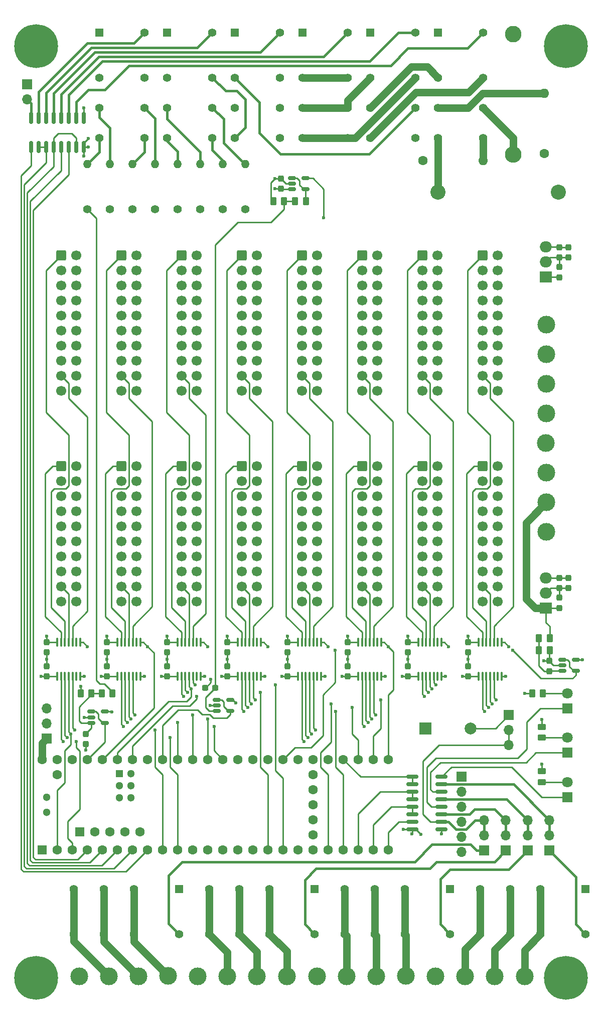
<source format=gtl>
G04 #@! TF.GenerationSoftware,KiCad,Pcbnew,8.0.4-rc2*
G04 #@! TF.CreationDate,2024-08-04T20:39:43-05:00*
G04 #@! TF.ProjectId,backplane_tracer_driver,6261636b-706c-4616-9e65-5f7472616365,rev?*
G04 #@! TF.SameCoordinates,Original*
G04 #@! TF.FileFunction,Copper,L1,Top*
G04 #@! TF.FilePolarity,Positive*
%FSLAX46Y46*%
G04 Gerber Fmt 4.6, Leading zero omitted, Abs format (unit mm)*
G04 Created by KiCad (PCBNEW 8.0.4-rc2) date 2024-08-04 20:39:43*
%MOMM*%
%LPD*%
G01*
G04 APERTURE LIST*
G04 Aperture macros list*
%AMRoundRect*
0 Rectangle with rounded corners*
0 $1 Rounding radius*
0 $2 $3 $4 $5 $6 $7 $8 $9 X,Y pos of 4 corners*
0 Add a 4 corners polygon primitive as box body*
4,1,4,$2,$3,$4,$5,$6,$7,$8,$9,$2,$3,0*
0 Add four circle primitives for the rounded corners*
1,1,$1+$1,$2,$3*
1,1,$1+$1,$4,$5*
1,1,$1+$1,$6,$7*
1,1,$1+$1,$8,$9*
0 Add four rect primitives between the rounded corners*
20,1,$1+$1,$2,$3,$4,$5,0*
20,1,$1+$1,$4,$5,$6,$7,0*
20,1,$1+$1,$6,$7,$8,$9,0*
20,1,$1+$1,$8,$9,$2,$3,0*%
G04 Aperture macros list end*
G04 #@! TA.AperFunction,ComponentPad*
%ADD10R,1.700000X1.700000*%
G04 #@! TD*
G04 #@! TA.AperFunction,ComponentPad*
%ADD11O,1.700000X1.700000*%
G04 #@! TD*
G04 #@! TA.AperFunction,ComponentPad*
%ADD12R,1.400000X1.400000*%
G04 #@! TD*
G04 #@! TA.AperFunction,ComponentPad*
%ADD13C,1.400000*%
G04 #@! TD*
G04 #@! TA.AperFunction,ComponentPad*
%ADD14RoundRect,0.250000X-0.600000X-0.600000X0.600000X-0.600000X0.600000X0.600000X-0.600000X0.600000X0*%
G04 #@! TD*
G04 #@! TA.AperFunction,ComponentPad*
%ADD15C,1.700000*%
G04 #@! TD*
G04 #@! TA.AperFunction,ComponentPad*
%ADD16C,0.800000*%
G04 #@! TD*
G04 #@! TA.AperFunction,ComponentPad*
%ADD17C,7.400000*%
G04 #@! TD*
G04 #@! TA.AperFunction,SMDPad,CuDef*
%ADD18RoundRect,0.150000X-0.512500X-0.150000X0.512500X-0.150000X0.512500X0.150000X-0.512500X0.150000X0*%
G04 #@! TD*
G04 #@! TA.AperFunction,SMDPad,CuDef*
%ADD19RoundRect,0.250000X-0.262500X-0.450000X0.262500X-0.450000X0.262500X0.450000X-0.262500X0.450000X0*%
G04 #@! TD*
G04 #@! TA.AperFunction,SMDPad,CuDef*
%ADD20RoundRect,0.250000X0.262500X0.450000X-0.262500X0.450000X-0.262500X-0.450000X0.262500X-0.450000X0*%
G04 #@! TD*
G04 #@! TA.AperFunction,SMDPad,CuDef*
%ADD21RoundRect,0.237500X0.237500X-0.300000X0.237500X0.300000X-0.237500X0.300000X-0.237500X-0.300000X0*%
G04 #@! TD*
G04 #@! TA.AperFunction,SMDPad,CuDef*
%ADD22RoundRect,0.237500X-0.237500X0.300000X-0.237500X-0.300000X0.237500X-0.300000X0.237500X0.300000X0*%
G04 #@! TD*
G04 #@! TA.AperFunction,ComponentPad*
%ADD23R,2.000000X1.905000*%
G04 #@! TD*
G04 #@! TA.AperFunction,ComponentPad*
%ADD24O,2.000000X1.905000*%
G04 #@! TD*
G04 #@! TA.AperFunction,ComponentPad*
%ADD25O,1.400000X1.400000*%
G04 #@! TD*
G04 #@! TA.AperFunction,ComponentPad*
%ADD26C,1.600000*%
G04 #@! TD*
G04 #@! TA.AperFunction,ComponentPad*
%ADD27O,1.600000X1.600000*%
G04 #@! TD*
G04 #@! TA.AperFunction,ComponentPad*
%ADD28C,2.540000*%
G04 #@! TD*
G04 #@! TA.AperFunction,ComponentPad*
%ADD29C,2.800000*%
G04 #@! TD*
G04 #@! TA.AperFunction,ComponentPad*
%ADD30O,2.800000X2.800000*%
G04 #@! TD*
G04 #@! TA.AperFunction,SMDPad,CuDef*
%ADD31RoundRect,0.150000X-0.825000X-0.150000X0.825000X-0.150000X0.825000X0.150000X-0.825000X0.150000X0*%
G04 #@! TD*
G04 #@! TA.AperFunction,SMDPad,CuDef*
%ADD32RoundRect,0.250000X-0.450000X0.262500X-0.450000X-0.262500X0.450000X-0.262500X0.450000X0.262500X0*%
G04 #@! TD*
G04 #@! TA.AperFunction,ComponentPad*
%ADD33R,1.600000X1.600000*%
G04 #@! TD*
G04 #@! TA.AperFunction,ComponentPad*
%ADD34R,1.300000X1.300000*%
G04 #@! TD*
G04 #@! TA.AperFunction,ComponentPad*
%ADD35C,1.300000*%
G04 #@! TD*
G04 #@! TA.AperFunction,SMDPad,CuDef*
%ADD36RoundRect,0.100000X0.100000X-0.637500X0.100000X0.637500X-0.100000X0.637500X-0.100000X-0.637500X0*%
G04 #@! TD*
G04 #@! TA.AperFunction,ComponentPad*
%ADD37C,3.000000*%
G04 #@! TD*
G04 #@! TA.AperFunction,ComponentPad*
%ADD38R,2.000000X2.000000*%
G04 #@! TD*
G04 #@! TA.AperFunction,ComponentPad*
%ADD39C,2.000000*%
G04 #@! TD*
G04 #@! TA.AperFunction,ComponentPad*
%ADD40R,1.800000X1.800000*%
G04 #@! TD*
G04 #@! TA.AperFunction,ComponentPad*
%ADD41C,1.800000*%
G04 #@! TD*
G04 #@! TA.AperFunction,SMDPad,CuDef*
%ADD42RoundRect,0.150000X0.150000X-0.825000X0.150000X0.825000X-0.150000X0.825000X-0.150000X-0.825000X0*%
G04 #@! TD*
G04 #@! TA.AperFunction,SMDPad,CuDef*
%ADD43RoundRect,0.237500X0.300000X0.237500X-0.300000X0.237500X-0.300000X-0.237500X0.300000X-0.237500X0*%
G04 #@! TD*
G04 #@! TA.AperFunction,ViaPad*
%ADD44C,0.600000*%
G04 #@! TD*
G04 #@! TA.AperFunction,Conductor*
%ADD45C,0.254000*%
G04 #@! TD*
G04 #@! TA.AperFunction,Conductor*
%ADD46C,0.457200*%
G04 #@! TD*
G04 #@! TA.AperFunction,Conductor*
%ADD47C,0.431800*%
G04 #@! TD*
G04 #@! TA.AperFunction,Conductor*
%ADD48C,1.270000*%
G04 #@! TD*
G04 APERTURE END LIST*
D10*
X93599000Y-108331000D03*
D11*
X93599000Y-110871000D03*
X93599000Y-113411000D03*
X93599000Y-115951000D03*
X93599000Y-118491000D03*
X93599000Y-121031000D03*
D10*
X20320000Y8514000D03*
D11*
X20320000Y5974000D03*
D10*
X104775000Y-120762000D03*
D11*
X104775000Y-118222000D03*
X104775000Y-115682000D03*
D10*
X108458000Y-120762000D03*
D11*
X108458000Y-118222000D03*
X108458000Y-115682000D03*
D10*
X101092000Y-120762000D03*
D11*
X101092000Y-118222000D03*
X101092000Y-115682000D03*
D10*
X97409000Y-120762000D03*
D11*
X97409000Y-118222000D03*
X97409000Y-115682000D03*
D10*
X23622000Y-101839000D03*
D11*
X23622000Y-99299000D03*
X23622000Y-96759000D03*
D12*
X91694000Y-127254000D03*
D13*
X84074000Y-127254000D03*
X78994000Y-127254000D03*
X73914000Y-127254000D03*
X73914000Y-134874000D03*
X78994000Y-134874000D03*
X84074000Y-134874000D03*
X91694000Y-134874000D03*
D12*
X45974000Y-127254000D03*
D13*
X38354000Y-127254000D03*
X33274000Y-127254000D03*
X28194000Y-127254000D03*
X28194000Y-134874000D03*
X33274000Y-134874000D03*
X38354000Y-134874000D03*
X45974000Y-134874000D03*
D12*
X114554000Y-127254000D03*
D13*
X106934000Y-127254000D03*
X101854000Y-127254000D03*
X96774000Y-127254000D03*
X96774000Y-134874000D03*
X101854000Y-134874000D03*
X106934000Y-134874000D03*
X114554000Y-134874000D03*
D12*
X68834000Y-127254000D03*
D13*
X61214000Y-127254000D03*
X56134000Y-127254000D03*
X51054000Y-127254000D03*
X51054000Y-134874000D03*
X56134000Y-134874000D03*
X61214000Y-134874000D03*
X68834000Y-134874000D03*
D12*
X66802000Y17272000D03*
D13*
X66802000Y9652000D03*
X66802000Y4572000D03*
X66802000Y-508000D03*
X74422000Y-508000D03*
X74422000Y4572000D03*
X74422000Y9652000D03*
X74422000Y17272000D03*
D12*
X78232000Y17272000D03*
D13*
X78232000Y9652000D03*
X78232000Y4572000D03*
X78232000Y-508000D03*
X85852000Y-508000D03*
X85852000Y4572000D03*
X85852000Y9652000D03*
X85852000Y17272000D03*
D12*
X55372000Y17272000D03*
D13*
X55372000Y9652000D03*
X55372000Y4572000D03*
X55372000Y-508000D03*
X62992000Y-508000D03*
X62992000Y4572000D03*
X62992000Y9652000D03*
X62992000Y17272000D03*
D12*
X89662000Y17272000D03*
D13*
X89662000Y9652000D03*
X89662000Y4572000D03*
X89662000Y-508000D03*
X97282000Y-508000D03*
X97282000Y4572000D03*
X97282000Y9652000D03*
X97282000Y17272000D03*
D12*
X32512000Y17272000D03*
D13*
X32512000Y9652000D03*
X32512000Y4572000D03*
X32512000Y-508000D03*
X40132000Y-508000D03*
X40132000Y4572000D03*
X40132000Y9652000D03*
X40132000Y17272000D03*
D12*
X43942000Y17272000D03*
D13*
X43942000Y9652000D03*
X43942000Y4572000D03*
X43942000Y-508000D03*
X51562000Y-508000D03*
X51562000Y4572000D03*
X51562000Y9652000D03*
X51562000Y17272000D03*
D14*
X97155000Y-20320000D03*
D15*
X99695000Y-20320000D03*
X97155000Y-22860000D03*
X99695000Y-22860000D03*
X97155000Y-25400000D03*
X99695000Y-25400000D03*
X97155000Y-27940000D03*
X99695000Y-27940000D03*
X97155000Y-30480000D03*
X99695000Y-30480000D03*
X97155000Y-33020000D03*
X99695000Y-33020000D03*
X97155000Y-35560000D03*
X99695000Y-35560000D03*
X97155000Y-38100000D03*
X99695000Y-38100000D03*
X97155000Y-40640000D03*
X99695000Y-40640000D03*
X97155000Y-43180000D03*
X99695000Y-43180000D03*
D14*
X97155000Y-55880000D03*
D15*
X99695000Y-55880000D03*
X97155000Y-58420000D03*
X99695000Y-58420000D03*
X97155000Y-60960000D03*
X99695000Y-60960000D03*
X97155000Y-63500000D03*
X99695000Y-63500000D03*
X97155000Y-66040000D03*
X99695000Y-66040000D03*
X97155000Y-68580000D03*
X99695000Y-68580000D03*
X97155000Y-71120000D03*
X99695000Y-71120000D03*
X97155000Y-73660000D03*
X99695000Y-73660000D03*
X97155000Y-76200000D03*
X99695000Y-76200000D03*
X97155000Y-78740000D03*
X99695000Y-78740000D03*
D14*
X86995000Y-20320000D03*
D15*
X89535000Y-20320000D03*
X86995000Y-22860000D03*
X89535000Y-22860000D03*
X86995000Y-25400000D03*
X89535000Y-25400000D03*
X86995000Y-27940000D03*
X89535000Y-27940000D03*
X86995000Y-30480000D03*
X89535000Y-30480000D03*
X86995000Y-33020000D03*
X89535000Y-33020000D03*
X86995000Y-35560000D03*
X89535000Y-35560000D03*
X86995000Y-38100000D03*
X89535000Y-38100000D03*
X86995000Y-40640000D03*
X89535000Y-40640000D03*
X86995000Y-43180000D03*
X89535000Y-43180000D03*
D14*
X86995000Y-55880000D03*
D15*
X89535000Y-55880000D03*
X86995000Y-58420000D03*
X89535000Y-58420000D03*
X86995000Y-60960000D03*
X89535000Y-60960000D03*
X86995000Y-63500000D03*
X89535000Y-63500000D03*
X86995000Y-66040000D03*
X89535000Y-66040000D03*
X86995000Y-68580000D03*
X89535000Y-68580000D03*
X86995000Y-71120000D03*
X89535000Y-71120000D03*
X86995000Y-73660000D03*
X89535000Y-73660000D03*
X86995000Y-76200000D03*
X89535000Y-76200000D03*
X86995000Y-78740000D03*
X89535000Y-78740000D03*
D14*
X76835000Y-20320000D03*
D15*
X79375000Y-20320000D03*
X76835000Y-22860000D03*
X79375000Y-22860000D03*
X76835000Y-25400000D03*
X79375000Y-25400000D03*
X76835000Y-27940000D03*
X79375000Y-27940000D03*
X76835000Y-30480000D03*
X79375000Y-30480000D03*
X76835000Y-33020000D03*
X79375000Y-33020000D03*
X76835000Y-35560000D03*
X79375000Y-35560000D03*
X76835000Y-38100000D03*
X79375000Y-38100000D03*
X76835000Y-40640000D03*
X79375000Y-40640000D03*
X76835000Y-43180000D03*
X79375000Y-43180000D03*
D14*
X76835000Y-55880000D03*
D15*
X79375000Y-55880000D03*
X76835000Y-58420000D03*
X79375000Y-58420000D03*
X76835000Y-60960000D03*
X79375000Y-60960000D03*
X76835000Y-63500000D03*
X79375000Y-63500000D03*
X76835000Y-66040000D03*
X79375000Y-66040000D03*
X76835000Y-68580000D03*
X79375000Y-68580000D03*
X76835000Y-71120000D03*
X79375000Y-71120000D03*
X76835000Y-73660000D03*
X79375000Y-73660000D03*
X76835000Y-76200000D03*
X79375000Y-76200000D03*
X76835000Y-78740000D03*
X79375000Y-78740000D03*
D14*
X66675000Y-20320000D03*
D15*
X69215000Y-20320000D03*
X66675000Y-22860000D03*
X69215000Y-22860000D03*
X66675000Y-25400000D03*
X69215000Y-25400000D03*
X66675000Y-27940000D03*
X69215000Y-27940000D03*
X66675000Y-30480000D03*
X69215000Y-30480000D03*
X66675000Y-33020000D03*
X69215000Y-33020000D03*
X66675000Y-35560000D03*
X69215000Y-35560000D03*
X66675000Y-38100000D03*
X69215000Y-38100000D03*
X66675000Y-40640000D03*
X69215000Y-40640000D03*
X66675000Y-43180000D03*
X69215000Y-43180000D03*
D14*
X66675000Y-55880000D03*
D15*
X69215000Y-55880000D03*
X66675000Y-58420000D03*
X69215000Y-58420000D03*
X66675000Y-60960000D03*
X69215000Y-60960000D03*
X66675000Y-63500000D03*
X69215000Y-63500000D03*
X66675000Y-66040000D03*
X69215000Y-66040000D03*
X66675000Y-68580000D03*
X69215000Y-68580000D03*
X66675000Y-71120000D03*
X69215000Y-71120000D03*
X66675000Y-73660000D03*
X69215000Y-73660000D03*
X66675000Y-76200000D03*
X69215000Y-76200000D03*
X66675000Y-78740000D03*
X69215000Y-78740000D03*
D14*
X56515000Y-20320000D03*
D15*
X59055000Y-20320000D03*
X56515000Y-22860000D03*
X59055000Y-22860000D03*
X56515000Y-25400000D03*
X59055000Y-25400000D03*
X56515000Y-27940000D03*
X59055000Y-27940000D03*
X56515000Y-30480000D03*
X59055000Y-30480000D03*
X56515000Y-33020000D03*
X59055000Y-33020000D03*
X56515000Y-35560000D03*
X59055000Y-35560000D03*
X56515000Y-38100000D03*
X59055000Y-38100000D03*
X56515000Y-40640000D03*
X59055000Y-40640000D03*
X56515000Y-43180000D03*
X59055000Y-43180000D03*
D14*
X56515000Y-55880000D03*
D15*
X59055000Y-55880000D03*
X56515000Y-58420000D03*
X59055000Y-58420000D03*
X56515000Y-60960000D03*
X59055000Y-60960000D03*
X56515000Y-63500000D03*
X59055000Y-63500000D03*
X56515000Y-66040000D03*
X59055000Y-66040000D03*
X56515000Y-68580000D03*
X59055000Y-68580000D03*
X56515000Y-71120000D03*
X59055000Y-71120000D03*
X56515000Y-73660000D03*
X59055000Y-73660000D03*
X56515000Y-76200000D03*
X59055000Y-76200000D03*
X56515000Y-78740000D03*
X59055000Y-78740000D03*
D14*
X46355000Y-20320000D03*
D15*
X48895000Y-20320000D03*
X46355000Y-22860000D03*
X48895000Y-22860000D03*
X46355000Y-25400000D03*
X48895000Y-25400000D03*
X46355000Y-27940000D03*
X48895000Y-27940000D03*
X46355000Y-30480000D03*
X48895000Y-30480000D03*
X46355000Y-33020000D03*
X48895000Y-33020000D03*
X46355000Y-35560000D03*
X48895000Y-35560000D03*
X46355000Y-38100000D03*
X48895000Y-38100000D03*
X46355000Y-40640000D03*
X48895000Y-40640000D03*
X46355000Y-43180000D03*
X48895000Y-43180000D03*
D14*
X46355000Y-55880000D03*
D15*
X48895000Y-55880000D03*
X46355000Y-58420000D03*
X48895000Y-58420000D03*
X46355000Y-60960000D03*
X48895000Y-60960000D03*
X46355000Y-63500000D03*
X48895000Y-63500000D03*
X46355000Y-66040000D03*
X48895000Y-66040000D03*
X46355000Y-68580000D03*
X48895000Y-68580000D03*
X46355000Y-71120000D03*
X48895000Y-71120000D03*
X46355000Y-73660000D03*
X48895000Y-73660000D03*
X46355000Y-76200000D03*
X48895000Y-76200000D03*
X46355000Y-78740000D03*
X48895000Y-78740000D03*
D14*
X36195000Y-20320000D03*
D15*
X38735000Y-20320000D03*
X36195000Y-22860000D03*
X38735000Y-22860000D03*
X36195000Y-25400000D03*
X38735000Y-25400000D03*
X36195000Y-27940000D03*
X38735000Y-27940000D03*
X36195000Y-30480000D03*
X38735000Y-30480000D03*
X36195000Y-33020000D03*
X38735000Y-33020000D03*
X36195000Y-35560000D03*
X38735000Y-35560000D03*
X36195000Y-38100000D03*
X38735000Y-38100000D03*
X36195000Y-40640000D03*
X38735000Y-40640000D03*
X36195000Y-43180000D03*
X38735000Y-43180000D03*
D14*
X36195000Y-55880000D03*
D15*
X38735000Y-55880000D03*
X36195000Y-58420000D03*
X38735000Y-58420000D03*
X36195000Y-60960000D03*
X38735000Y-60960000D03*
X36195000Y-63500000D03*
X38735000Y-63500000D03*
X36195000Y-66040000D03*
X38735000Y-66040000D03*
X36195000Y-68580000D03*
X38735000Y-68580000D03*
X36195000Y-71120000D03*
X38735000Y-71120000D03*
X36195000Y-73660000D03*
X38735000Y-73660000D03*
X36195000Y-76200000D03*
X38735000Y-76200000D03*
X36195000Y-78740000D03*
X38735000Y-78740000D03*
D14*
X26035000Y-20320000D03*
D15*
X28575000Y-20320000D03*
X26035000Y-22860000D03*
X28575000Y-22860000D03*
X26035000Y-25400000D03*
X28575000Y-25400000D03*
X26035000Y-27940000D03*
X28575000Y-27940000D03*
X26035000Y-30480000D03*
X28575000Y-30480000D03*
X26035000Y-33020000D03*
X28575000Y-33020000D03*
X26035000Y-35560000D03*
X28575000Y-35560000D03*
X26035000Y-38100000D03*
X28575000Y-38100000D03*
X26035000Y-40640000D03*
X28575000Y-40640000D03*
X26035000Y-43180000D03*
X28575000Y-43180000D03*
D14*
X26035000Y-55880000D03*
D15*
X28575000Y-55880000D03*
X26035000Y-58420000D03*
X28575000Y-58420000D03*
X26035000Y-60960000D03*
X28575000Y-60960000D03*
X26035000Y-63500000D03*
X28575000Y-63500000D03*
X26035000Y-66040000D03*
X28575000Y-66040000D03*
X26035000Y-68580000D03*
X28575000Y-68580000D03*
X26035000Y-71120000D03*
X28575000Y-71120000D03*
X26035000Y-73660000D03*
X28575000Y-73660000D03*
X26035000Y-76200000D03*
X28575000Y-76200000D03*
X26035000Y-78740000D03*
X28575000Y-78740000D03*
D16*
X19069000Y-142240000D03*
X19881779Y-140277779D03*
X19881779Y-144202221D03*
X21844000Y-139465000D03*
D17*
X21844000Y-142240000D03*
D16*
X21844000Y-145015000D03*
X23806221Y-140277779D03*
X23806221Y-144202221D03*
X24619000Y-142240000D03*
X108477000Y-142240000D03*
X109289779Y-140277779D03*
X109289779Y-144202221D03*
X111252000Y-139465000D03*
D17*
X111252000Y-142240000D03*
D16*
X111252000Y-145015000D03*
X113214221Y-140277779D03*
X113214221Y-144202221D03*
X114027000Y-142240000D03*
X108477000Y14986000D03*
X109289779Y16948221D03*
X109289779Y13023779D03*
X111252000Y17761000D03*
D17*
X111252000Y14986000D03*
D16*
X111252000Y12211000D03*
X113214221Y16948221D03*
X113214221Y13023779D03*
X114027000Y14986000D03*
X19069000Y14986000D03*
X19881779Y16948221D03*
X19881779Y13023779D03*
X21844000Y17761000D03*
D17*
X21844000Y14986000D03*
D16*
X21844000Y12211000D03*
X23806221Y16948221D03*
X23806221Y13023779D03*
X24619000Y14986000D03*
D18*
X110622500Y-88585000D03*
X110622500Y-89535000D03*
X110622500Y-90485000D03*
X112897500Y-90485000D03*
X112897500Y-88585000D03*
D19*
X106656500Y-86995000D03*
X108481500Y-86995000D03*
D20*
X108481500Y-84934000D03*
X106656500Y-84934000D03*
D21*
X108458000Y-90524500D03*
X108458000Y-88799500D03*
D22*
X30200600Y-101092000D03*
X30200600Y-102817000D03*
D23*
X107823000Y-24003000D03*
D24*
X107823000Y-21463000D03*
X107823000Y-18923000D03*
D23*
X107823000Y-79883000D03*
D24*
X107823000Y-77343000D03*
X107823000Y-74803000D03*
D13*
X38100000Y-12573000D03*
D25*
X38100000Y-4953000D03*
D26*
X107569000Y-3175000D03*
D27*
X107569000Y6985000D03*
D13*
X30480000Y-12573000D03*
D25*
X30480000Y-4953000D03*
D13*
X53340000Y-12573000D03*
D25*
X53340000Y-4953000D03*
D13*
X45720000Y-12573000D03*
D25*
X45720000Y-4953000D03*
D26*
X87122000Y-4318000D03*
D27*
X97282000Y-4318000D03*
D28*
X109982000Y-9652000D03*
X89662000Y-9652000D03*
D13*
X41910000Y-12573000D03*
D25*
X41910000Y-4953000D03*
D13*
X34290000Y-12573000D03*
D25*
X34290000Y-4953000D03*
D13*
X57150000Y-12573000D03*
D25*
X57150000Y-4953000D03*
D13*
X49530000Y-12573000D03*
D25*
X49530000Y-4953000D03*
D29*
X102362000Y17018000D03*
D30*
X102362000Y-3302000D03*
D21*
X63119000Y-9117500D03*
X63119000Y-7392500D03*
D31*
X85282000Y-108331000D03*
X85282000Y-109601000D03*
X85282000Y-110871000D03*
X85282000Y-112141000D03*
X85282000Y-113411000D03*
X85282000Y-114681000D03*
X85282000Y-115951000D03*
X85282000Y-117221000D03*
X90232000Y-117221000D03*
X90232000Y-115951000D03*
X90232000Y-114681000D03*
X90232000Y-113411000D03*
X90232000Y-112141000D03*
X90232000Y-110871000D03*
X90232000Y-109601000D03*
X90232000Y-108331000D03*
D18*
X52329500Y-95341400D03*
X52329500Y-96291400D03*
X52329500Y-97241400D03*
X54604500Y-97241400D03*
X54604500Y-95341400D03*
D22*
X110129200Y-74753300D03*
X110129200Y-76478300D03*
D21*
X33782000Y-91413500D03*
X33782000Y-89688500D03*
D20*
X34694500Y-94234000D03*
X32869500Y-94234000D03*
X31138500Y-94234000D03*
X29313500Y-94234000D03*
D32*
X107188000Y-107418500D03*
X107188000Y-109243500D03*
D22*
X64262000Y-85624500D03*
X64262000Y-87349500D03*
D26*
X25400000Y-107950000D03*
X39319200Y-117599200D03*
X36779200Y-117599200D03*
X34239200Y-117599200D03*
X31699200Y-117599200D03*
D33*
X29159200Y-117599200D03*
D26*
X22860000Y-105410000D03*
X25400000Y-105410000D03*
X27940000Y-105410000D03*
X30480000Y-105410000D03*
X33020000Y-105410000D03*
X35560000Y-105410000D03*
X38100000Y-105410000D03*
X40640000Y-105410000D03*
X43180000Y-105410000D03*
X45720000Y-105410000D03*
X48260000Y-105410000D03*
X50800000Y-105410000D03*
X53340000Y-105410000D03*
X55880000Y-105410000D03*
D33*
X22860000Y-120650000D03*
D26*
X25400000Y-120650000D03*
X27940000Y-120650000D03*
X30480000Y-120650000D03*
X33020000Y-120650000D03*
X35560000Y-120650000D03*
X38100000Y-120650000D03*
X40640000Y-120650000D03*
X43180000Y-120650000D03*
X45720000Y-120650000D03*
X48260000Y-120650000D03*
X50800000Y-120650000D03*
X53340000Y-120650000D03*
X58420000Y-105410000D03*
X60960000Y-105410000D03*
X63500000Y-105410000D03*
X66040000Y-105410000D03*
X68580000Y-105410000D03*
X71120000Y-105410000D03*
X73660000Y-105410000D03*
X76200000Y-105410000D03*
X78740000Y-105410000D03*
X81280000Y-105410000D03*
X81280000Y-120650000D03*
X78740000Y-120650000D03*
X76200000Y-120650000D03*
X73660000Y-120650000D03*
X55880000Y-120650000D03*
X58420000Y-120650000D03*
X60960000Y-120650000D03*
X71120000Y-120650000D03*
X68580000Y-120650000D03*
X66040000Y-120650000D03*
X63500000Y-120650000D03*
D34*
X35830000Y-107848400D03*
D35*
X37830000Y-107848400D03*
X35830000Y-109848400D03*
X37830000Y-109848400D03*
X37830000Y-111848400D03*
X35830000Y-111848400D03*
D26*
X68580000Y-118110000D03*
X68580000Y-115570000D03*
X68580000Y-113030000D03*
X68580000Y-110490000D03*
X68580000Y-107950000D03*
D35*
X23590000Y-114300000D03*
X23590000Y-111760000D03*
D22*
X94742000Y-85624500D03*
X94742000Y-87349500D03*
D21*
X54102000Y-91413500D03*
X54102000Y-89688500D03*
D36*
X96475000Y-91381500D03*
X97125000Y-91381500D03*
X97775000Y-91381500D03*
X98425000Y-91381500D03*
X99075000Y-91381500D03*
X99725000Y-91381500D03*
X100375000Y-91381500D03*
X100375000Y-85656500D03*
X99725000Y-85656500D03*
X99075000Y-85656500D03*
X98425000Y-85656500D03*
X97775000Y-85656500D03*
X97125000Y-85656500D03*
X96475000Y-85656500D03*
D37*
X69236500Y-141994500D03*
X74236500Y-141994500D03*
X79236500Y-141994500D03*
X84236500Y-141894500D03*
X89236500Y-141994500D03*
X94236500Y-141994500D03*
X99236500Y-141994500D03*
X104236500Y-141994500D03*
D18*
X31120500Y-97348000D03*
X31120500Y-98298000D03*
X31120500Y-99248000D03*
X33395500Y-99248000D03*
X33395500Y-97348000D03*
D19*
X105513500Y-94234000D03*
X107338500Y-94234000D03*
D32*
X107188000Y-99925500D03*
X107188000Y-101750500D03*
D36*
X55835000Y-91381500D03*
X56485000Y-91381500D03*
X57135000Y-91381500D03*
X57785000Y-91381500D03*
X58435000Y-91381500D03*
X59085000Y-91381500D03*
X59735000Y-91381500D03*
X59735000Y-85656500D03*
X59085000Y-85656500D03*
X58435000Y-85656500D03*
X57785000Y-85656500D03*
X57135000Y-85656500D03*
X56485000Y-85656500D03*
X55835000Y-85656500D03*
X45675000Y-91381500D03*
X46325000Y-91381500D03*
X46975000Y-91381500D03*
X47625000Y-91381500D03*
X48275000Y-91381500D03*
X48925000Y-91381500D03*
X49575000Y-91381500D03*
X49575000Y-85656500D03*
X48925000Y-85656500D03*
X48275000Y-85656500D03*
X47625000Y-85656500D03*
X46975000Y-85656500D03*
X46325000Y-85656500D03*
X45675000Y-85656500D03*
D10*
X101600000Y-97932000D03*
D11*
X101600000Y-100472000D03*
X101600000Y-103012000D03*
D21*
X110129200Y-79831100D03*
X110129200Y-78106100D03*
D22*
X23622000Y-85624500D03*
X23622000Y-87349500D03*
D38*
X87513000Y-100203000D03*
D39*
X95113000Y-100203000D03*
D40*
X111506000Y-96767000D03*
D41*
X111506000Y-94227000D03*
D36*
X76155000Y-91381500D03*
X76805000Y-91381500D03*
X77455000Y-91381500D03*
X78105000Y-91381500D03*
X78755000Y-91381500D03*
X79405000Y-91381500D03*
X80055000Y-91381500D03*
X80055000Y-85656500D03*
X79405000Y-85656500D03*
X78755000Y-85656500D03*
X78105000Y-85656500D03*
X77455000Y-85656500D03*
X76805000Y-85656500D03*
X76155000Y-85656500D03*
D40*
X111506000Y-104267000D03*
D41*
X111506000Y-101727000D03*
D22*
X54102000Y-85624500D03*
X54102000Y-87349500D03*
D21*
X23622000Y-91413500D03*
X23622000Y-89688500D03*
D22*
X33782000Y-85624500D03*
X33782000Y-87349500D03*
D21*
X43942000Y-91413500D03*
X43942000Y-89688500D03*
D22*
X111678600Y-18974900D03*
X111678600Y-20699900D03*
X110154600Y-18974900D03*
X110154600Y-20699900D03*
D36*
X65995000Y-91381500D03*
X66645000Y-91381500D03*
X67295000Y-91381500D03*
X67945000Y-91381500D03*
X68595000Y-91381500D03*
X69245000Y-91381500D03*
X69895000Y-91381500D03*
X69895000Y-85656500D03*
X69245000Y-85656500D03*
X68595000Y-85656500D03*
X67945000Y-85656500D03*
X67295000Y-85656500D03*
X66645000Y-85656500D03*
X65995000Y-85656500D03*
X86315000Y-91381500D03*
X86965000Y-91381500D03*
X87615000Y-91381500D03*
X88265000Y-91381500D03*
X88915000Y-91381500D03*
X89565000Y-91381500D03*
X90215000Y-91381500D03*
X90215000Y-85656500D03*
X89565000Y-85656500D03*
X88915000Y-85656500D03*
X88265000Y-85656500D03*
X87615000Y-85656500D03*
X86965000Y-85656500D03*
X86315000Y-85656500D03*
D22*
X43942000Y-85624500D03*
X43942000Y-87349500D03*
D20*
X63671500Y-11168200D03*
X61846500Y-11168200D03*
X67333500Y-11176000D03*
X65508500Y-11176000D03*
D21*
X74422000Y-91413500D03*
X74422000Y-89688500D03*
D37*
X107958000Y-67030000D03*
X107958000Y-62030000D03*
X107958000Y-57030000D03*
X107858000Y-52030000D03*
X107958000Y-47030000D03*
X107958000Y-42030000D03*
X107958000Y-37030000D03*
X107958000Y-32030000D03*
D18*
X65029500Y-7305000D03*
X65029500Y-8255000D03*
X65029500Y-9205000D03*
X67304500Y-9205000D03*
X67304500Y-7305000D03*
D21*
X64262000Y-91413500D03*
X64262000Y-89688500D03*
X110154600Y-24052700D03*
X110154600Y-22327700D03*
D22*
X84582000Y-85624500D03*
X84582000Y-87349500D03*
D40*
X111506000Y-111767000D03*
D41*
X111506000Y-109227000D03*
D22*
X74422000Y-85624500D03*
X74422000Y-87349500D03*
D42*
X20955000Y-2094000D03*
X22225000Y-2094000D03*
X23495000Y-2094000D03*
X24765000Y-2094000D03*
X26035000Y-2094000D03*
X27305000Y-2094000D03*
X28575000Y-2094000D03*
X29845000Y-2094000D03*
X29845000Y2856000D03*
X28575000Y2856000D03*
X27305000Y2856000D03*
X26035000Y2856000D03*
X24765000Y2856000D03*
X23495000Y2856000D03*
X22225000Y2856000D03*
X20955000Y2856000D03*
D36*
X25355000Y-91381500D03*
X26005000Y-91381500D03*
X26655000Y-91381500D03*
X27305000Y-91381500D03*
X27955000Y-91381500D03*
X28605000Y-91381500D03*
X29255000Y-91381500D03*
X29255000Y-85656500D03*
X28605000Y-85656500D03*
X27955000Y-85656500D03*
X27305000Y-85656500D03*
X26655000Y-85656500D03*
X26005000Y-85656500D03*
X25355000Y-85656500D03*
X35515000Y-91381500D03*
X36165000Y-91381500D03*
X36815000Y-91381500D03*
X37465000Y-91381500D03*
X38115000Y-91381500D03*
X38765000Y-91381500D03*
X39415000Y-91381500D03*
X39415000Y-85656500D03*
X38765000Y-85656500D03*
X38115000Y-85656500D03*
X37465000Y-85656500D03*
X36815000Y-85656500D03*
X36165000Y-85656500D03*
X35515000Y-85656500D03*
D21*
X84582000Y-91413500D03*
X84582000Y-89688500D03*
D37*
X29104500Y-141994500D03*
X34104500Y-141994500D03*
X39104500Y-141994500D03*
X44104500Y-141894500D03*
X49104500Y-141994500D03*
X54104500Y-141994500D03*
X59104500Y-141994500D03*
X64104500Y-141994500D03*
D21*
X94742000Y-91413500D03*
X94742000Y-89688500D03*
D22*
X111653200Y-74753300D03*
X111653200Y-76478300D03*
D43*
X52043500Y-93345000D03*
X50318500Y-93345000D03*
D44*
X62153800Y-9118600D03*
X51308000Y-91897200D03*
X72288400Y-87020400D03*
X102235000Y-87020400D03*
X114046000Y-88569800D03*
X107492800Y-88798400D03*
X62230000Y-92845000D03*
X59690000Y-94107000D03*
X48895000Y-94742000D03*
X28575000Y-102362000D03*
X41910000Y-100457000D03*
X44450000Y-101727000D03*
X90246200Y-118008400D03*
X70358000Y-13970000D03*
X30657800Y-609600D03*
X86791800Y-118084600D03*
X85267800Y-118008400D03*
X83820000Y-117221000D03*
X30632400Y-2082800D03*
X29845000Y-3556000D03*
X29845000Y4510000D03*
X55549800Y-95910400D03*
X30200600Y-103834100D03*
X34569400Y-97358200D03*
X29921200Y-98298000D03*
X29311600Y-93040200D03*
X51155600Y-96291400D03*
X62153800Y-7391400D03*
X80010000Y-95377000D03*
X75184000Y-96647000D03*
X40132000Y-91389200D03*
X54102000Y-88519000D03*
X80772000Y-91389200D03*
X94742000Y-88519000D03*
X60452000Y-91389200D03*
X84582000Y-88519000D03*
X101092000Y-91389200D03*
X23622000Y-88519000D03*
X33782000Y-88519000D03*
X43942000Y-88519000D03*
X70612000Y-91389200D03*
X64262000Y-88519000D03*
X90932000Y-91389200D03*
X74422000Y-88519000D03*
X50292000Y-91389200D03*
X29972000Y-91389200D03*
X94742000Y-84582000D03*
X43942000Y-84582000D03*
X64262000Y-84582000D03*
X74422000Y-84582000D03*
X33782000Y-84582000D03*
X54102000Y-84582000D03*
X84582000Y-84582000D03*
X23622000Y-84582000D03*
X107188000Y-106172000D03*
X104267000Y-94234000D03*
X107188000Y-98679000D03*
X45720000Y-99187000D03*
X37211000Y-99187000D03*
X77851000Y-99187000D03*
X67691000Y-101727000D03*
X27051000Y-101727000D03*
X36576000Y-99822000D03*
X51841400Y-99822000D03*
X77216000Y-99822000D03*
X48006000Y-93472000D03*
X88646000Y-93472000D03*
X47371000Y-94107000D03*
X88011000Y-94107000D03*
X26416000Y-102362000D03*
X67056000Y-102362000D03*
X28321000Y-100457000D03*
X68961000Y-100457000D03*
X46736000Y-94742000D03*
X87376000Y-94742000D03*
X32791400Y-91414600D03*
X42951400Y-91414600D03*
X93751400Y-91414600D03*
X22631400Y-91414600D03*
X83591400Y-91414600D03*
X53111400Y-91414600D03*
X63271400Y-91414600D03*
X73431400Y-91414600D03*
X48641000Y-92837000D03*
X89281000Y-92837000D03*
X38481000Y-97917000D03*
X48260000Y-97917000D03*
X79121000Y-97917000D03*
X98806000Y-96012000D03*
X71602600Y-96012000D03*
X58166000Y-96012000D03*
X98171000Y-96647000D03*
X57531000Y-96647000D03*
X68326000Y-101092000D03*
X27686000Y-101092000D03*
X99441000Y-95377000D03*
X58801000Y-95377000D03*
X56896000Y-97282000D03*
X97536000Y-97282000D03*
X72390000Y-97282000D03*
X37846000Y-98552000D03*
X50800000Y-98552000D03*
X78486000Y-98552000D03*
X30480000Y-86360000D03*
X50800000Y-86360000D03*
X40640000Y-86360000D03*
X60960000Y-86360000D03*
X71120000Y-86360000D03*
X101600000Y-86360000D03*
X81280000Y-86360000D03*
X91440000Y-86360000D03*
D45*
X34694500Y-94234000D02*
X34694500Y-94028900D01*
X34694500Y-94028900D02*
X33350200Y-92684600D01*
X32004000Y-92100400D02*
X32004000Y-14097000D01*
X33350200Y-92684600D02*
X32588200Y-92684600D01*
X32588200Y-92684600D02*
X32004000Y-92100400D01*
X32004000Y-14097000D02*
X30480000Y-12573000D01*
D46*
X27305000Y2856000D02*
X27305000Y6731000D01*
X27305000Y6731000D02*
X33020000Y12446000D01*
X33020000Y12446000D02*
X78105000Y12446000D01*
X78105000Y12446000D02*
X82931000Y17272000D01*
X82931000Y17272000D02*
X85852000Y17272000D01*
X28575000Y2856000D02*
X28575000Y5588000D01*
X28575000Y5588000D02*
X30607000Y7620000D01*
X30607000Y7620000D02*
X33401000Y7620000D01*
X33401000Y7620000D02*
X37465000Y11684000D01*
X37465000Y11684000D02*
X81661000Y11684000D01*
X81661000Y11684000D02*
X84582000Y14605000D01*
X84582000Y14605000D02*
X94615000Y14605000D01*
X94615000Y14605000D02*
X97282000Y17272000D01*
X22225000Y2856000D02*
X22225000Y7239000D01*
X22225000Y7239000D02*
X30480000Y15494000D01*
X38354000Y15494000D02*
X40132000Y17272000D01*
X30480000Y15494000D02*
X38354000Y15494000D01*
X23495000Y2856000D02*
X23495000Y7112000D01*
X23495000Y7112000D02*
X31115000Y14732000D01*
X31115000Y14732000D02*
X49022000Y14732000D01*
X49022000Y14732000D02*
X51562000Y17272000D01*
X24765000Y2856000D02*
X24765000Y6985000D01*
X24765000Y6985000D02*
X31750000Y13970000D01*
X31750000Y13970000D02*
X59690000Y13970000D01*
X59690000Y13970000D02*
X62992000Y17272000D01*
X26035000Y2856000D02*
X26035000Y6858000D01*
X26035000Y6858000D02*
X32385000Y13208000D01*
X32385000Y13208000D02*
X70358000Y13208000D01*
X70358000Y13208000D02*
X74422000Y17272000D01*
X49530000Y-4953000D02*
X49530000Y-2921000D01*
X49530000Y-2921000D02*
X43942000Y2667000D01*
X43942000Y2667000D02*
X43942000Y4572000D01*
X41910000Y-4953000D02*
X41910000Y2794000D01*
X41910000Y2794000D02*
X40132000Y4572000D01*
X34290000Y-4953000D02*
X34290000Y1143000D01*
X34290000Y1143000D02*
X32512000Y2921000D01*
X32512000Y2921000D02*
X32512000Y4572000D01*
X53340000Y-4318000D02*
X51562000Y-2540000D01*
X43942000Y-1016000D02*
X43942000Y-508000D01*
X38100000Y-4953000D02*
X40132000Y-2921000D01*
X32512000Y-2921000D02*
X32512000Y-508000D01*
X57150000Y-4953000D02*
X57023000Y-4953000D01*
X57023000Y-4953000D02*
X53467000Y-1397000D01*
X53467000Y-1397000D02*
X53467000Y2667000D01*
X53467000Y2667000D02*
X51562000Y4572000D01*
X40132000Y-2921000D02*
X40132000Y-508000D01*
X53340000Y-4953000D02*
X53340000Y-4318000D01*
X51562000Y-2540000D02*
X51562000Y-508000D01*
X30480000Y-4953000D02*
X32512000Y-2921000D01*
X45720000Y-4953000D02*
X45720000Y-2794000D01*
X45720000Y-2794000D02*
X43942000Y-1016000D01*
X101092000Y-120762000D02*
X99172000Y-122682000D01*
X89408000Y-122682000D02*
X88265000Y-123825000D01*
X99172000Y-122682000D02*
X89408000Y-122682000D01*
X88265000Y-123825000D02*
X69088000Y-123825000D01*
X69088000Y-123825000D02*
X67183000Y-125730000D01*
X67183000Y-125730000D02*
X67183000Y-133223000D01*
X67183000Y-133223000D02*
X68834000Y-134874000D01*
D47*
X97409000Y-120762000D02*
X96124000Y-120762000D01*
X88646000Y-119761000D02*
X85725000Y-122682000D01*
X96124000Y-120762000D02*
X95123000Y-119761000D01*
X95123000Y-119761000D02*
X88646000Y-119761000D01*
X85725000Y-122682000D02*
X46482000Y-122682000D01*
X46482000Y-122682000D02*
X44196000Y-124968000D01*
X44196000Y-124968000D02*
X44196000Y-133096000D01*
X44196000Y-133096000D02*
X45974000Y-134874000D01*
X90232000Y-115951000D02*
X91440000Y-115951000D01*
X91440000Y-115951000D02*
X92710000Y-117221000D01*
X92710000Y-117221000D02*
X94361000Y-117221000D01*
X94361000Y-117221000D02*
X95900000Y-115682000D01*
X95900000Y-115682000D02*
X97409000Y-115682000D01*
X90232000Y-114681000D02*
X94932500Y-114681000D01*
X94932500Y-114681000D02*
X95821500Y-113792000D01*
X95821500Y-113792000D02*
X99202000Y-113792000D01*
X99202000Y-113792000D02*
X101092000Y-115682000D01*
D45*
X90232000Y-110871000D02*
X88773000Y-110871000D01*
X88392000Y-110490000D02*
X88392000Y-107569000D01*
X88392000Y-107569000D02*
X90043000Y-105918000D01*
X88773000Y-110871000D02*
X88392000Y-110490000D01*
X104521000Y-105918000D02*
X106172000Y-104267000D01*
X90043000Y-105918000D02*
X104521000Y-105918000D01*
X106172000Y-104267000D02*
X111506000Y-104267000D01*
X90232000Y-108331000D02*
X91883000Y-106680000D01*
X91883000Y-106680000D02*
X102108000Y-106680000D01*
X102108000Y-106680000D02*
X107195000Y-111767000D01*
X107195000Y-111767000D02*
X111506000Y-111767000D01*
X40640000Y-120650000D02*
X36957000Y-124333000D01*
X36957000Y-124333000D02*
X19685000Y-124333000D01*
X19685000Y-124333000D02*
X19304000Y-123952000D01*
X19304000Y-123952000D02*
X19304000Y-6858000D01*
X19304000Y-6858000D02*
X20955000Y-5207000D01*
X20955000Y-5207000D02*
X20955000Y-2094000D01*
X38100000Y-120650000D02*
X34925000Y-123825000D01*
X23495000Y-4699000D02*
X23495000Y-2094000D01*
X34925000Y-123825000D02*
X20193000Y-123825000D01*
X20193000Y-123825000D02*
X19812000Y-123444000D01*
X19812000Y-123444000D02*
X19812000Y-8382000D01*
X19812000Y-8382000D02*
X23495000Y-4699000D01*
X35560000Y-120650000D02*
X32893000Y-123317000D01*
X20320000Y-9779000D02*
X24765000Y-5334000D01*
X32893000Y-123317000D02*
X20701000Y-123317000D01*
X20701000Y-123317000D02*
X20320000Y-122936000D01*
X20320000Y-122936000D02*
X20320000Y-9779000D01*
X24765000Y-5334000D02*
X24765000Y-2094000D01*
X33020000Y-120650000D02*
X30861000Y-122809000D01*
X30861000Y-122809000D02*
X21209000Y-122809000D01*
X21209000Y-122809000D02*
X20828000Y-122428000D01*
X20828000Y-122428000D02*
X20828000Y-11239500D01*
X20828000Y-11239500D02*
X26035000Y-6032500D01*
X26035000Y-6032500D02*
X26035000Y-2094000D01*
X30480000Y-120650000D02*
X28829000Y-122301000D01*
X28829000Y-122301000D02*
X21717000Y-122301000D01*
X27305000Y-6731000D02*
X27305000Y-2094000D01*
X21717000Y-122301000D02*
X21336000Y-121920000D01*
X21336000Y-121920000D02*
X21336000Y-12700000D01*
X21336000Y-12700000D02*
X27305000Y-6731000D01*
X24765000Y-2094000D02*
X24765000Y-508000D01*
X24765000Y-508000D02*
X25527000Y254000D01*
X25527000Y254000D02*
X27813000Y254000D01*
X27813000Y254000D02*
X28575000Y-508000D01*
X28575000Y-508000D02*
X28575000Y-2094000D01*
X22225000Y-2094000D02*
X23495000Y-2094000D01*
D46*
X20955000Y2856000D02*
X20955000Y5339000D01*
X20955000Y5339000D02*
X20320000Y5974000D01*
D45*
X29845000Y4510000D02*
X29845000Y2856000D01*
D46*
X104775000Y-120762000D02*
X101585000Y-123952000D01*
X101585000Y-123952000D02*
X91694000Y-123952000D01*
X91694000Y-123952000D02*
X90043000Y-125603000D01*
X90043000Y-125603000D02*
X90043000Y-133223000D01*
X90043000Y-133223000D02*
X91694000Y-134874000D01*
D45*
X90232000Y-113411000D02*
X88519000Y-113411000D01*
X88519000Y-113411000D02*
X87757000Y-112649000D01*
X87757000Y-112649000D02*
X87757000Y-106680000D01*
X87757000Y-106680000D02*
X89281000Y-105156000D01*
X89281000Y-105156000D02*
X103124000Y-105156000D01*
X103124000Y-105156000D02*
X104648000Y-103632000D01*
X104648000Y-103632000D02*
X104648000Y-99060000D01*
X104648000Y-99060000D02*
X106941000Y-96767000D01*
X106941000Y-96767000D02*
X111506000Y-96767000D01*
X90232000Y-115951000D02*
X88392000Y-115951000D01*
X88392000Y-115951000D02*
X87122000Y-114681000D01*
X87122000Y-114681000D02*
X87122000Y-105664000D01*
X87122000Y-105664000D02*
X89774000Y-103012000D01*
X89774000Y-103012000D02*
X101600000Y-103012000D01*
D47*
X90232000Y-112141000D02*
X101234000Y-112141000D01*
X101234000Y-112141000D02*
X104775000Y-115682000D01*
X90232000Y-109601000D02*
X102377000Y-109601000D01*
X102377000Y-109601000D02*
X108458000Y-115682000D01*
D45*
X85282000Y-115951000D02*
X83058000Y-115951000D01*
X83058000Y-115951000D02*
X81280000Y-117729000D01*
X81280000Y-117729000D02*
X81280000Y-120650000D01*
X85282000Y-113411000D02*
X81788000Y-113411000D01*
X81788000Y-113411000D02*
X78740000Y-116459000D01*
X78740000Y-116459000D02*
X78740000Y-120650000D01*
X85282000Y-110871000D02*
X79883000Y-110871000D01*
X79883000Y-110871000D02*
X76200000Y-114554000D01*
X76200000Y-114554000D02*
X76200000Y-120650000D01*
X85282000Y-108331000D02*
X76581000Y-108331000D01*
X76581000Y-108331000D02*
X73660000Y-105410000D01*
D48*
X22860000Y-105410000D02*
X22860000Y-102601000D01*
X22860000Y-102601000D02*
X23622000Y-101839000D01*
D45*
X95113000Y-100203000D02*
X99329000Y-100203000D01*
X99329000Y-100203000D02*
X101600000Y-97932000D01*
X101600000Y-103012000D02*
X101600000Y-100472000D01*
D46*
X108458000Y-120762000D02*
X112903000Y-125207000D01*
X112903000Y-125207000D02*
X112903000Y-133223000D01*
X112903000Y-133223000D02*
X114554000Y-134874000D01*
X97409000Y-118222000D02*
X97409000Y-115682000D01*
X101092000Y-118222000D02*
X101092000Y-115682000D01*
X104775000Y-118222000D02*
X104775000Y-115682000D01*
X108458000Y-118222000D02*
X108458000Y-115682000D01*
D45*
X111506000Y-109227000D02*
X107204500Y-109227000D01*
X107204500Y-109227000D02*
X107188000Y-109243500D01*
X111506000Y-101727000D02*
X107211500Y-101727000D01*
X107211500Y-101727000D02*
X107188000Y-101750500D01*
X111506000Y-94227000D02*
X107345500Y-94227000D01*
X107345500Y-94227000D02*
X107338500Y-94234000D01*
D48*
X28194000Y-134874000D02*
X28194000Y-127254000D01*
X33274000Y-134874000D02*
X33274000Y-127254000D01*
X38354000Y-134874000D02*
X38354000Y-127254000D01*
X73914000Y-134874000D02*
X73914000Y-127254000D01*
X78994000Y-134874000D02*
X78994000Y-127254000D01*
X84074000Y-134874000D02*
X84074000Y-127254000D01*
X106934000Y-134874000D02*
X106934000Y-127254000D01*
X101854000Y-134874000D02*
X101854000Y-127254000D01*
X96774000Y-134874000D02*
X96774000Y-127254000D01*
X104236500Y-141994500D02*
X104236500Y-137571500D01*
X104236500Y-137571500D02*
X106934000Y-134874000D01*
X99236500Y-141994500D02*
X99236500Y-137491500D01*
X99236500Y-137491500D02*
X101854000Y-134874000D01*
X94236500Y-141994500D02*
X94236500Y-137411500D01*
X94236500Y-137411500D02*
X96774000Y-134874000D01*
X84236500Y-141894500D02*
X84236500Y-135036500D01*
X84236500Y-135036500D02*
X84074000Y-134874000D01*
X79236500Y-141994500D02*
X79236500Y-135116500D01*
X79236500Y-135116500D02*
X78994000Y-134874000D01*
X74236500Y-141994500D02*
X74236500Y-135196500D01*
X74236500Y-135196500D02*
X73914000Y-134874000D01*
X64104500Y-141994500D02*
X64104500Y-137764500D01*
X64104500Y-137764500D02*
X61214000Y-134874000D01*
X59104500Y-141994500D02*
X59104500Y-137844500D01*
X59104500Y-137844500D02*
X56134000Y-134874000D01*
X54104500Y-141994500D02*
X54104500Y-137924500D01*
X54104500Y-137924500D02*
X51054000Y-134874000D01*
X44104500Y-141894500D02*
X38354000Y-136144000D01*
X38354000Y-136144000D02*
X38354000Y-134874000D01*
X39104500Y-141994500D02*
X33274000Y-136164000D01*
X33274000Y-136164000D02*
X33274000Y-134874000D01*
X34104500Y-141994500D02*
X28194000Y-136084000D01*
X28194000Y-136084000D02*
X28194000Y-134874000D01*
D45*
X102235000Y-87020400D02*
X106959400Y-91744800D01*
X106959400Y-91744800D02*
X112344200Y-91744800D01*
X112344200Y-91744800D02*
X112897500Y-91191500D01*
X112897500Y-91191500D02*
X112897500Y-90485000D01*
D48*
X107823000Y-79883000D02*
X106045000Y-79883000D01*
X106045000Y-79883000D02*
X104521000Y-78359000D01*
X104521000Y-78359000D02*
X104521000Y-65467000D01*
X104521000Y-65467000D02*
X107958000Y-62030000D01*
D45*
X108481500Y-84934000D02*
X108481500Y-82954500D01*
X108481500Y-82954500D02*
X107823000Y-82296000D01*
X107823000Y-82296000D02*
X107823000Y-79883000D01*
D48*
X102362000Y-3302000D02*
X102362000Y-508000D01*
X102362000Y-508000D02*
X97282000Y4572000D01*
X107569000Y6985000D02*
X97155000Y6985000D01*
X97155000Y6985000D02*
X94742000Y4572000D01*
X94742000Y4572000D02*
X89662000Y4572000D01*
X97282000Y-4318000D02*
X97282000Y-508000D01*
X89662000Y-9652000D02*
X89662000Y-508000D01*
X78232000Y-508000D02*
X85884500Y7144500D01*
X94774500Y7144500D02*
X97282000Y9652000D01*
X85884500Y7144500D02*
X94774500Y7144500D01*
X78232000Y4572000D02*
X85122500Y11462500D01*
X85122500Y11462500D02*
X87851500Y11462500D01*
X87851500Y11462500D02*
X89662000Y9652000D01*
D46*
X55372000Y9652000D02*
X59515500Y5508500D01*
X59515500Y286500D02*
X63071500Y-3269500D01*
X59515500Y5508500D02*
X59515500Y286500D01*
X63071500Y-3269500D02*
X78010500Y-3269500D01*
X78010500Y-3269500D02*
X85852000Y4572000D01*
X51562000Y9652000D02*
X53815500Y7398500D01*
X53815500Y7398500D02*
X55705500Y7398500D01*
X57102500Y6001500D02*
X57102500Y1222500D01*
X55705500Y7398500D02*
X57102500Y6001500D01*
X57102500Y1222500D02*
X55372000Y-508000D01*
D48*
X74422000Y-508000D02*
X75692000Y-508000D01*
X75692000Y-508000D02*
X85852000Y9652000D01*
X66802000Y-508000D02*
X74422000Y-508000D01*
X74422000Y4572000D02*
X74422000Y5842000D01*
X74422000Y5842000D02*
X78232000Y9652000D01*
X74422000Y4572000D02*
X66802000Y4572000D01*
X66802000Y9652000D02*
X74422000Y9652000D01*
D45*
X67304500Y-9205000D02*
X67304500Y-11147000D01*
X67304500Y-11147000D02*
X67333500Y-11176000D01*
X61846500Y-11168200D02*
X61468000Y-10789700D01*
X61468000Y-8077200D02*
X62153800Y-7391400D01*
X61468000Y-10789700D02*
X61468000Y-8077200D01*
X62154900Y-9117500D02*
X62153800Y-9118600D01*
X63119000Y-9117500D02*
X62154900Y-9117500D01*
X70358000Y-13970000D02*
X70358000Y-9144000D01*
X70358000Y-9144000D02*
X68519000Y-7305000D01*
X68519000Y-7305000D02*
X67304500Y-7305000D01*
X52329500Y-97241400D02*
X51038800Y-97241400D01*
X52044600Y-18567400D02*
X55880000Y-14732000D01*
X51038800Y-97241400D02*
X50444400Y-96647000D01*
X50444400Y-96647000D02*
X50444400Y-94907100D01*
X50444400Y-94907100D02*
X52044600Y-93306900D01*
X52044600Y-93306900D02*
X52044600Y-18567400D01*
X63671500Y-12528500D02*
X63671500Y-11168200D01*
X55880000Y-14732000D02*
X61468000Y-14732000D01*
X61468000Y-14732000D02*
X63671500Y-12528500D01*
X63500000Y-105410000D02*
X65532000Y-103378000D01*
X65532000Y-103378000D02*
X68199000Y-103378000D01*
X68199000Y-103378000D02*
X70231000Y-101346000D01*
X70231000Y-101346000D02*
X70231000Y-94488000D01*
X70231000Y-94488000D02*
X72288400Y-92430600D01*
X72288400Y-92430600D02*
X72288400Y-87020400D01*
X62230000Y-92845000D02*
X62230000Y-107315000D01*
X62230000Y-107315000D02*
X63500000Y-108585000D01*
X63500000Y-108585000D02*
X63500000Y-120650000D01*
X59690000Y-94107000D02*
X59690000Y-106680000D01*
X59690000Y-106680000D02*
X60960000Y-107950000D01*
X60960000Y-107950000D02*
X60960000Y-120650000D01*
X54604500Y-97241400D02*
X54604500Y-97795500D01*
X54604500Y-97795500D02*
X54025800Y-98374200D01*
X45796200Y-97078800D02*
X43180000Y-99695000D01*
X54025800Y-98374200D02*
X51689000Y-98374200D01*
X51689000Y-98374200D02*
X51104800Y-97790000D01*
X51104800Y-97790000D02*
X49809400Y-97790000D01*
X49809400Y-97790000D02*
X49098200Y-97078800D01*
X43180000Y-99695000D02*
X43180000Y-105410000D01*
X49098200Y-97078800D02*
X45796200Y-97078800D01*
X50318500Y-93345000D02*
X50393600Y-93345000D01*
X50393600Y-93345000D02*
X51308000Y-92430600D01*
X51308000Y-92430600D02*
X51308000Y-91897200D01*
X35560000Y-105410000D02*
X35560000Y-104267000D01*
X35560000Y-104267000D02*
X44196000Y-95631000D01*
X44196000Y-95631000D02*
X47193200Y-95631000D01*
X47193200Y-95631000D02*
X48006000Y-94818200D01*
X48006000Y-94818200D02*
X48006000Y-93472000D01*
X38100000Y-105410000D02*
X38100000Y-103124000D01*
X38100000Y-103124000D02*
X44856400Y-96367600D01*
X44856400Y-96367600D02*
X47752000Y-96367600D01*
X47752000Y-96367600D02*
X48895000Y-95224600D01*
X48895000Y-95224600D02*
X48895000Y-94742000D01*
X110622500Y-88585000D02*
X111445000Y-88585000D01*
X111445000Y-88585000D02*
X111785400Y-88925400D01*
X111785400Y-88925400D02*
X111785400Y-89738200D01*
X111785400Y-89738200D02*
X112532200Y-90485000D01*
X112532200Y-90485000D02*
X112897500Y-90485000D01*
X114030800Y-88585000D02*
X114046000Y-88569800D01*
X112897500Y-88585000D02*
X114030800Y-88585000D01*
X108458000Y-90524500D02*
X107567900Y-90524500D01*
X107567900Y-90524500D02*
X106656500Y-89613100D01*
X106656500Y-89613100D02*
X106656500Y-86995000D01*
X107493900Y-88799500D02*
X107492800Y-88798400D01*
X108458000Y-88799500D02*
X107493900Y-88799500D01*
X106656500Y-86995000D02*
X106656500Y-84934000D01*
X108458000Y-88799500D02*
X108458000Y-87018500D01*
X108458000Y-87018500D02*
X108481500Y-86995000D01*
X110622500Y-89535000D02*
X109143250Y-89535000D01*
X109143250Y-89535000D02*
X108458000Y-88849750D01*
X108458000Y-88849750D02*
X108458000Y-88799500D01*
X110622500Y-90485000D02*
X108497500Y-90485000D01*
X108497500Y-90485000D02*
X108458000Y-90524500D01*
X25400000Y-120650000D02*
X25400000Y-110617000D01*
X25400000Y-110617000D02*
X26670000Y-109347000D01*
X26670000Y-109347000D02*
X26670000Y-103886000D01*
X26670000Y-103886000D02*
X27686000Y-102870000D01*
X27686000Y-102870000D02*
X27686000Y-101092000D01*
X27940000Y-120650000D02*
X27940000Y-119507000D01*
X27940000Y-119507000D02*
X27178000Y-118745000D01*
X27178000Y-118745000D02*
X27178000Y-115824000D01*
X27178000Y-115824000D02*
X29210000Y-113792000D01*
X29210000Y-113792000D02*
X29210000Y-104013000D01*
X29210000Y-104013000D02*
X28575000Y-103378000D01*
X28575000Y-103378000D02*
X28575000Y-102362000D01*
X45720000Y-107950000D02*
X44450000Y-106680000D01*
X45720000Y-120650000D02*
X45720000Y-107950000D01*
X44450000Y-106680000D02*
X44450000Y-101727000D01*
X97155000Y-40640000D02*
X98425000Y-41910000D01*
X99075000Y-82916000D02*
X99075000Y-85656500D01*
X98425000Y-41910000D02*
X98425000Y-44450000D01*
X97775000Y-85656500D02*
X97775000Y-82027000D01*
X97775000Y-82027000D02*
X95504000Y-79756000D01*
X95504000Y-79756000D02*
X95504000Y-60198000D01*
X95504000Y-60198000D02*
X96012000Y-59690000D01*
X97917000Y-59690000D02*
X98425000Y-59182000D01*
X96012000Y-59690000D02*
X97917000Y-59690000D01*
X98425000Y-59182000D02*
X98425000Y-50673000D01*
X98425000Y-50673000D02*
X94615000Y-46863000D01*
X94615000Y-46863000D02*
X94615000Y-22860000D01*
X94615000Y-22860000D02*
X97155000Y-20320000D01*
X97155000Y-55880000D02*
X95758000Y-55880000D01*
X95758000Y-55880000D02*
X94488000Y-57150000D01*
X94488000Y-57150000D02*
X94488000Y-81305400D01*
X97125000Y-83942400D02*
X97125000Y-85656500D01*
X94488000Y-81305400D02*
X97125000Y-83942400D01*
X98425000Y-44450000D02*
X102362000Y-48387000D01*
X102362000Y-48387000D02*
X102362000Y-79629000D01*
X102362000Y-79629000D02*
X99075000Y-82916000D01*
X97155000Y-76200000D02*
X98425000Y-77470000D01*
X98425000Y-77470000D02*
X98425000Y-85656500D01*
X86995000Y-40640000D02*
X88265000Y-41910000D01*
X88915000Y-82916000D02*
X88915000Y-85656500D01*
X88265000Y-41910000D02*
X88265000Y-44450000D01*
X87615000Y-85656500D02*
X87615000Y-82027000D01*
X87615000Y-82027000D02*
X85344000Y-79756000D01*
X85344000Y-79756000D02*
X85344000Y-60198000D01*
X85344000Y-60198000D02*
X85852000Y-59690000D01*
X87757000Y-59690000D02*
X88265000Y-59182000D01*
X85852000Y-59690000D02*
X87757000Y-59690000D01*
X88265000Y-59182000D02*
X88265000Y-50673000D01*
X88265000Y-50673000D02*
X84455000Y-46863000D01*
X84455000Y-46863000D02*
X84455000Y-22860000D01*
X84455000Y-22860000D02*
X86995000Y-20320000D01*
X86995000Y-55880000D02*
X85598000Y-55880000D01*
X85598000Y-55880000D02*
X84328000Y-57150000D01*
X84328000Y-57150000D02*
X84328000Y-81305400D01*
X86965000Y-83942400D02*
X86965000Y-85656500D01*
X84328000Y-81305400D02*
X86965000Y-83942400D01*
X88265000Y-44450000D02*
X92202000Y-48387000D01*
X92202000Y-48387000D02*
X92202000Y-79629000D01*
X92202000Y-79629000D02*
X88915000Y-82916000D01*
X86995000Y-76200000D02*
X88265000Y-77470000D01*
X88265000Y-77470000D02*
X88265000Y-85656500D01*
X76835000Y-40640000D02*
X78105000Y-41910000D01*
X78755000Y-82916000D02*
X78755000Y-85656500D01*
X78105000Y-41910000D02*
X78105000Y-44450000D01*
X77455000Y-85656500D02*
X77455000Y-82027000D01*
X77455000Y-82027000D02*
X75184000Y-79756000D01*
X75184000Y-79756000D02*
X75184000Y-60198000D01*
X75184000Y-60198000D02*
X75692000Y-59690000D01*
X77597000Y-59690000D02*
X78105000Y-59182000D01*
X75692000Y-59690000D02*
X77597000Y-59690000D01*
X78105000Y-59182000D02*
X78105000Y-50673000D01*
X78105000Y-50673000D02*
X74295000Y-46863000D01*
X74295000Y-46863000D02*
X74295000Y-22860000D01*
X74295000Y-22860000D02*
X76835000Y-20320000D01*
X76835000Y-55880000D02*
X75438000Y-55880000D01*
X75438000Y-55880000D02*
X74168000Y-57150000D01*
X74168000Y-57150000D02*
X74168000Y-81305400D01*
X76805000Y-83942400D02*
X76805000Y-85656500D01*
X74168000Y-81305400D02*
X76805000Y-83942400D01*
X78105000Y-44450000D02*
X82042000Y-48387000D01*
X82042000Y-48387000D02*
X82042000Y-79629000D01*
X82042000Y-79629000D02*
X78755000Y-82916000D01*
X76835000Y-76200000D02*
X78105000Y-77470000D01*
X78105000Y-77470000D02*
X78105000Y-85656500D01*
X66675000Y-40640000D02*
X67945000Y-41910000D01*
X68595000Y-82916000D02*
X68595000Y-85656500D01*
X67945000Y-41910000D02*
X67945000Y-44450000D01*
X67295000Y-85656500D02*
X67295000Y-82027000D01*
X67295000Y-82027000D02*
X65024000Y-79756000D01*
X65024000Y-79756000D02*
X65024000Y-60198000D01*
X65024000Y-60198000D02*
X65532000Y-59690000D01*
X67437000Y-59690000D02*
X67945000Y-59182000D01*
X65532000Y-59690000D02*
X67437000Y-59690000D01*
X67945000Y-59182000D02*
X67945000Y-50673000D01*
X67945000Y-50673000D02*
X64135000Y-46863000D01*
X64135000Y-46863000D02*
X64135000Y-22860000D01*
X64135000Y-22860000D02*
X66675000Y-20320000D01*
X66675000Y-55880000D02*
X65278000Y-55880000D01*
X65278000Y-55880000D02*
X64008000Y-57150000D01*
X64008000Y-57150000D02*
X64008000Y-81305400D01*
X66645000Y-83942400D02*
X66645000Y-85656500D01*
X64008000Y-81305400D02*
X66645000Y-83942400D01*
X67945000Y-44450000D02*
X71882000Y-48387000D01*
X71882000Y-48387000D02*
X71882000Y-79629000D01*
X71882000Y-79629000D02*
X68595000Y-82916000D01*
X66675000Y-76200000D02*
X67945000Y-77470000D01*
X67945000Y-77470000D02*
X67945000Y-85656500D01*
X56515000Y-40640000D02*
X57785000Y-41910000D01*
X58435000Y-82916000D02*
X58435000Y-85656500D01*
X57785000Y-41910000D02*
X57785000Y-44450000D01*
X57135000Y-85656500D02*
X57135000Y-82027000D01*
X57135000Y-82027000D02*
X54864000Y-79756000D01*
X54864000Y-79756000D02*
X54864000Y-60198000D01*
X54864000Y-60198000D02*
X55372000Y-59690000D01*
X57277000Y-59690000D02*
X57785000Y-59182000D01*
X55372000Y-59690000D02*
X57277000Y-59690000D01*
X57785000Y-59182000D02*
X57785000Y-50673000D01*
X57785000Y-50673000D02*
X53975000Y-46863000D01*
X53975000Y-46863000D02*
X53975000Y-22860000D01*
X53975000Y-22860000D02*
X56515000Y-20320000D01*
X56515000Y-55880000D02*
X55118000Y-55880000D01*
X55118000Y-55880000D02*
X53848000Y-57150000D01*
X53848000Y-57150000D02*
X53848000Y-81305400D01*
X56485000Y-83942400D02*
X56485000Y-85656500D01*
X53848000Y-81305400D02*
X56485000Y-83942400D01*
X57785000Y-44450000D02*
X61722000Y-48387000D01*
X61722000Y-48387000D02*
X61722000Y-79629000D01*
X61722000Y-79629000D02*
X58435000Y-82916000D01*
X56515000Y-76200000D02*
X57785000Y-77470000D01*
X57785000Y-77470000D02*
X57785000Y-85656500D01*
X46355000Y-40640000D02*
X47625000Y-41910000D01*
X47625000Y-41910000D02*
X47625000Y-44450000D01*
X47625000Y-44450000D02*
X50419000Y-47244000D01*
X50419000Y-47244000D02*
X50419000Y-80772000D01*
X50419000Y-80772000D02*
X48275000Y-82916000D01*
X48275000Y-82916000D02*
X48275000Y-85656500D01*
X46975000Y-85656500D02*
X46975000Y-82027000D01*
X46975000Y-82027000D02*
X44704000Y-79756000D01*
X44704000Y-79756000D02*
X44704000Y-60198000D01*
X44704000Y-60198000D02*
X45212000Y-59690000D01*
X47117000Y-59690000D02*
X47625000Y-59182000D01*
X45212000Y-59690000D02*
X47117000Y-59690000D01*
X47625000Y-59182000D02*
X47625000Y-50673000D01*
X47625000Y-50673000D02*
X43815000Y-46863000D01*
X43815000Y-46863000D02*
X43815000Y-22860000D01*
X43815000Y-22860000D02*
X46355000Y-20320000D01*
X46355000Y-55880000D02*
X44958000Y-55880000D01*
X44958000Y-55880000D02*
X43688000Y-57150000D01*
X43688000Y-57150000D02*
X43688000Y-81305400D01*
X46325000Y-83942400D02*
X46325000Y-85656500D01*
X43688000Y-81305400D02*
X46325000Y-83942400D01*
X46355000Y-76200000D02*
X47625000Y-77470000D01*
X47625000Y-77470000D02*
X47625000Y-85656500D01*
X26035000Y-40640000D02*
X27305000Y-41910000D01*
X27305000Y-41910000D02*
X27305000Y-44450000D01*
X30480000Y-80391000D02*
X27955000Y-82916000D01*
X27305000Y-44450000D02*
X30480000Y-47625000D01*
X27955000Y-82916000D02*
X27955000Y-85656500D01*
X30480000Y-47625000D02*
X30480000Y-80391000D01*
X26655000Y-85656500D02*
X26655000Y-82027000D01*
X26655000Y-82027000D02*
X24384000Y-79756000D01*
X24384000Y-79756000D02*
X24384000Y-60198000D01*
X24384000Y-60198000D02*
X24892000Y-59690000D01*
X26797000Y-59690000D02*
X27305000Y-59182000D01*
X24892000Y-59690000D02*
X26797000Y-59690000D01*
X27305000Y-59182000D02*
X27305000Y-50673000D01*
X27305000Y-50673000D02*
X23495000Y-46863000D01*
X23495000Y-46863000D02*
X23495000Y-22860000D01*
X23495000Y-22860000D02*
X26035000Y-20320000D01*
X26035000Y-55880000D02*
X24638000Y-55880000D01*
X24638000Y-55880000D02*
X23368000Y-57150000D01*
X23368000Y-57150000D02*
X23368000Y-81305400D01*
X26005000Y-83942400D02*
X26005000Y-85656500D01*
X23368000Y-81305400D02*
X26005000Y-83942400D01*
X26035000Y-76200000D02*
X27305000Y-77470000D01*
X27305000Y-77470000D02*
X27305000Y-85656500D01*
X36195000Y-40640000D02*
X37465000Y-41910000D01*
X38115000Y-82916000D02*
X38115000Y-85656500D01*
X37465000Y-41910000D02*
X37465000Y-44450000D01*
X37465000Y-44450000D02*
X41402000Y-48387000D01*
X41402000Y-48387000D02*
X41402000Y-79629000D01*
X41402000Y-79629000D02*
X38115000Y-82916000D01*
X36815000Y-85656500D02*
X36815000Y-82027000D01*
X36815000Y-82027000D02*
X34544000Y-79756000D01*
X34544000Y-79756000D02*
X34544000Y-60198000D01*
X34544000Y-60198000D02*
X35052000Y-59690000D01*
X36957000Y-59690000D02*
X37465000Y-59182000D01*
X35052000Y-59690000D02*
X36957000Y-59690000D01*
X37465000Y-59182000D02*
X37465000Y-50673000D01*
X37465000Y-50673000D02*
X33655000Y-46863000D01*
X33655000Y-46863000D02*
X33655000Y-22860000D01*
X33655000Y-22860000D02*
X36195000Y-20320000D01*
X36195000Y-55880000D02*
X34798000Y-55880000D01*
X34798000Y-55880000D02*
X33528000Y-57150000D01*
X33528000Y-57150000D02*
X33528000Y-81305400D01*
X36165000Y-83942400D02*
X36165000Y-85656500D01*
X33528000Y-81305400D02*
X36165000Y-83942400D01*
X110129200Y-76478300D02*
X111653200Y-76478300D01*
X110129200Y-74753300D02*
X111653200Y-74753300D01*
X90232000Y-117994200D02*
X90246200Y-118008400D01*
X90232000Y-117221000D02*
X90232000Y-117994200D01*
X30200600Y-101092000D02*
X30200600Y-101044375D01*
X30200600Y-101044375D02*
X31120500Y-100124475D01*
X31120500Y-100124475D02*
X31120500Y-99248000D01*
X29845000Y-1422400D02*
X30657800Y-609600D01*
X29845000Y-2094000D02*
X29845000Y-1422400D01*
X86791800Y-118084600D02*
X85928200Y-117221000D01*
X85928200Y-117221000D02*
X85282000Y-117221000D01*
X85282000Y-117994200D02*
X85267800Y-118008400D01*
X85282000Y-117221000D02*
X85282000Y-117994200D01*
X85282000Y-117221000D02*
X83820000Y-117221000D01*
X30621200Y-2094000D02*
X30632400Y-2082800D01*
X29845000Y-2094000D02*
X30621200Y-2094000D01*
X29845000Y-2094000D02*
X29845000Y-3556000D01*
X107823000Y-79883000D02*
X110077300Y-79883000D01*
X110077300Y-79883000D02*
X110129200Y-79831100D01*
X107823000Y-77343000D02*
X108687700Y-76478300D01*
X108687700Y-76478300D02*
X110129200Y-76478300D01*
X107823000Y-74803000D02*
X110079500Y-74803000D01*
X110079500Y-74803000D02*
X110129200Y-74753300D01*
X110129200Y-78106100D02*
X110129200Y-76478300D01*
X107823000Y-18923000D02*
X110102700Y-18923000D01*
X110102700Y-18923000D02*
X110154600Y-18974900D01*
X107823000Y-24003000D02*
X110104900Y-24003000D01*
X110104900Y-24003000D02*
X110154600Y-24052700D01*
X107823000Y-21463000D02*
X108586100Y-20699900D01*
X108586100Y-20699900D02*
X110154600Y-20699900D01*
X110154600Y-22327700D02*
X110154600Y-20699900D01*
X110154600Y-20699900D02*
X111678600Y-20699900D01*
X110154600Y-18974900D02*
X111678600Y-18974900D01*
X63671500Y-11168200D02*
X65500700Y-11168200D01*
X54980800Y-95341400D02*
X55549800Y-95910400D01*
X54604500Y-95341400D02*
X54980800Y-95341400D01*
X33020000Y-105410000D02*
X41681400Y-96748600D01*
X41681400Y-96748600D02*
X41681400Y-87401400D01*
X41681400Y-87401400D02*
X40640000Y-86360000D01*
X30200600Y-102817000D02*
X30200600Y-103834100D01*
X30480000Y-105410000D02*
X33395500Y-102494500D01*
X33395500Y-102494500D02*
X33395500Y-99248000D01*
X34559200Y-97348000D02*
X34569400Y-97358200D01*
X33395500Y-97348000D02*
X34559200Y-97348000D01*
X31120500Y-98298000D02*
X29921200Y-98298000D01*
X31138500Y-94234000D02*
X31138500Y-94464500D01*
X29448800Y-99248000D02*
X31120500Y-99248000D01*
X31138500Y-94464500D02*
X29083000Y-96520000D01*
X29083000Y-96520000D02*
X29083000Y-98882200D01*
X29083000Y-98882200D02*
X29448800Y-99248000D01*
X29313500Y-93042100D02*
X29311600Y-93040200D01*
X29313500Y-94234000D02*
X29313500Y-93042100D01*
X31138500Y-94234000D02*
X32869500Y-94234000D01*
X53340000Y-105410000D02*
X51841400Y-103911400D01*
X51841400Y-103911400D02*
X51841400Y-99822000D01*
X54604500Y-97241400D02*
X54239200Y-97241400D01*
X54239200Y-97241400D02*
X53492400Y-96494600D01*
X53492400Y-96494600D02*
X53492400Y-95707200D01*
X53492400Y-95707200D02*
X53126600Y-95341400D01*
X53126600Y-95341400D02*
X52329500Y-95341400D01*
X31120500Y-97348000D02*
X31917600Y-97348000D01*
X31917600Y-97348000D02*
X32334200Y-97764600D01*
X32334200Y-97764600D02*
X32334200Y-98526600D01*
X32334200Y-98526600D02*
X33055600Y-99248000D01*
X33055600Y-99248000D02*
X33395500Y-99248000D01*
X52329500Y-96291400D02*
X51155600Y-96291400D01*
X62154900Y-7392500D02*
X62153800Y-7391400D01*
X63119000Y-7392500D02*
X62154900Y-7392500D01*
X65029500Y-9205000D02*
X63206500Y-9205000D01*
X63206500Y-9205000D02*
X63119000Y-9117500D01*
X65029500Y-8255000D02*
X63981500Y-8255000D01*
X63981500Y-8255000D02*
X63119000Y-7392500D01*
X65029500Y-7305000D02*
X65852000Y-7305000D01*
X65852000Y-7305000D02*
X66294000Y-7747000D01*
X66294000Y-7747000D02*
X66294000Y-8509000D01*
X66294000Y-8509000D02*
X66990000Y-9205000D01*
X66990000Y-9205000D02*
X67304500Y-9205000D01*
X78740000Y-105410000D02*
X78740000Y-101473000D01*
X78740000Y-101473000D02*
X80010000Y-100203000D01*
X80010000Y-100203000D02*
X80010000Y-95377000D01*
X59735000Y-91381500D02*
X60444300Y-91381500D01*
X33782000Y-89688500D02*
X33782000Y-88519000D01*
X94742000Y-89688500D02*
X94742000Y-88519000D01*
X23622000Y-89688500D02*
X23622000Y-88519000D01*
X84582000Y-89688500D02*
X84582000Y-88519000D01*
X90215000Y-91381500D02*
X90924300Y-91381500D01*
X40124300Y-91381500D02*
X40132000Y-91389200D01*
X60444300Y-91381500D02*
X60452000Y-91389200D01*
X74422000Y-87349500D02*
X74422000Y-88519000D01*
X100375000Y-91381500D02*
X101084300Y-91381500D01*
X43942000Y-87349500D02*
X43942000Y-88519000D01*
X90924300Y-91381500D02*
X90932000Y-91389200D01*
X54102000Y-87349500D02*
X54102000Y-88519000D01*
X64262000Y-87349500D02*
X64262000Y-88519000D01*
X84582000Y-87349500D02*
X84582000Y-88519000D01*
X94742000Y-87349500D02*
X94742000Y-88519000D01*
X70604300Y-91381500D02*
X70612000Y-91389200D01*
X29255000Y-91381500D02*
X29964300Y-91381500D01*
X49575000Y-91381500D02*
X50284300Y-91381500D01*
X29964300Y-91381500D02*
X29972000Y-91389200D01*
X23622000Y-87349500D02*
X23622000Y-88519000D01*
X54102000Y-89688500D02*
X54102000Y-88519000D01*
X69895000Y-91381500D02*
X70604300Y-91381500D01*
X80764300Y-91381500D02*
X80772000Y-91389200D01*
X33782000Y-87349500D02*
X33782000Y-88519000D01*
X43942000Y-89688500D02*
X43942000Y-88519000D01*
X50284300Y-91381500D02*
X50292000Y-91389200D01*
X101084300Y-91381500D02*
X101092000Y-91389200D01*
X39415000Y-91381500D02*
X40124300Y-91381500D01*
X64262000Y-89688500D02*
X64262000Y-88519000D01*
X74422000Y-89688500D02*
X74422000Y-88519000D01*
X80055000Y-91381500D02*
X80764300Y-91381500D01*
X35515000Y-85656500D02*
X33814000Y-85656500D01*
X25355000Y-85656500D02*
X23654000Y-85656500D01*
X65995000Y-85656500D02*
X64294000Y-85656500D01*
X43942000Y-85624500D02*
X43942000Y-84582000D01*
X94774000Y-85656500D02*
X94742000Y-85624500D01*
X54102000Y-85624500D02*
X54102000Y-84582000D01*
X84614000Y-85656500D02*
X84582000Y-85624500D01*
X64294000Y-85656500D02*
X64262000Y-85624500D01*
X94742000Y-85624500D02*
X94742000Y-84582000D01*
X45675000Y-85656500D02*
X43974000Y-85656500D01*
X76155000Y-85656500D02*
X74454000Y-85656500D01*
X84582000Y-85624500D02*
X84582000Y-84582000D01*
X23622000Y-85624500D02*
X23622000Y-84582000D01*
X74454000Y-85656500D02*
X74422000Y-85624500D01*
X33814000Y-85656500D02*
X33782000Y-85624500D01*
X96475000Y-85656500D02*
X94774000Y-85656500D01*
X43974000Y-85656500D02*
X43942000Y-85624500D01*
X74422000Y-85624500D02*
X74422000Y-84582000D01*
X64262000Y-85624500D02*
X64262000Y-84582000D01*
X86315000Y-85656500D02*
X84614000Y-85656500D01*
X33782000Y-85624500D02*
X33782000Y-84582000D01*
X54134000Y-85656500D02*
X54102000Y-85624500D01*
X23654000Y-85656500D02*
X23622000Y-85624500D01*
X55835000Y-85656500D02*
X54134000Y-85656500D01*
X36195000Y-76200000D02*
X37465000Y-77470000D01*
X37465000Y-77470000D02*
X37465000Y-85656500D01*
X107188000Y-99925500D02*
X107188000Y-98679000D01*
X107188000Y-107418500D02*
X107188000Y-106172000D01*
X105513500Y-94234000D02*
X104267000Y-94234000D01*
X36815000Y-91381500D02*
X36815000Y-98791000D01*
X77455000Y-98791000D02*
X77851000Y-99187000D01*
X77455000Y-91381500D02*
X77455000Y-98791000D01*
X45720000Y-105410000D02*
X45720000Y-99187000D01*
X36815000Y-98791000D02*
X37211000Y-99187000D01*
X67295000Y-91381500D02*
X67295000Y-101331000D01*
X67295000Y-101331000D02*
X67691000Y-101727000D01*
X26655000Y-101331000D02*
X27051000Y-101727000D01*
X26655000Y-91381500D02*
X26655000Y-101331000D01*
X36165000Y-99411000D02*
X36576000Y-99822000D01*
X76805000Y-99411000D02*
X77216000Y-99822000D01*
X76805000Y-91381500D02*
X76805000Y-99411000D01*
X36165000Y-91381500D02*
X36165000Y-99411000D01*
X88265000Y-91381500D02*
X88265000Y-93091000D01*
X47625000Y-93091000D02*
X48006000Y-93472000D01*
X88265000Y-93091000D02*
X88646000Y-93472000D01*
X47625000Y-91381500D02*
X47625000Y-93091000D01*
X46975000Y-91381500D02*
X46975000Y-93711000D01*
X87615000Y-91381500D02*
X87615000Y-93711000D01*
X46975000Y-93711000D02*
X47371000Y-94107000D01*
X87615000Y-93711000D02*
X88011000Y-94107000D01*
X26005000Y-91381500D02*
X26005000Y-101951000D01*
X26005000Y-101951000D02*
X26416000Y-102362000D01*
X66645000Y-101951000D02*
X67056000Y-102362000D01*
X66645000Y-91381500D02*
X66645000Y-101951000D01*
X85282000Y-112141000D02*
X85282000Y-110871000D01*
X68595000Y-100091000D02*
X68961000Y-100457000D01*
X68595000Y-91381500D02*
X68595000Y-100091000D01*
X27955000Y-100091000D02*
X28321000Y-100457000D01*
X27955000Y-91381500D02*
X27955000Y-100091000D01*
X46325000Y-94331000D02*
X46736000Y-94742000D01*
X46325000Y-91381500D02*
X46325000Y-94331000D01*
X86965000Y-94331000D02*
X87376000Y-94742000D01*
X86965000Y-91381500D02*
X86965000Y-94331000D01*
X85282000Y-109601000D02*
X85282000Y-108331000D01*
X74422000Y-91413500D02*
X73432500Y-91413500D01*
X54102000Y-91413500D02*
X53112500Y-91413500D01*
X43974000Y-91381500D02*
X43942000Y-91413500D01*
X76155000Y-91381500D02*
X74454000Y-91381500D01*
X55835000Y-91381500D02*
X54134000Y-91381500D01*
X64294000Y-91381500D02*
X64262000Y-91413500D01*
X43942000Y-91413500D02*
X42952500Y-91413500D01*
X65995000Y-91381500D02*
X64294000Y-91381500D01*
X84614000Y-91381500D02*
X84582000Y-91413500D01*
X53112500Y-91413500D02*
X53111400Y-91414600D01*
X33814000Y-91381500D02*
X33782000Y-91413500D01*
X73432500Y-91413500D02*
X73431400Y-91414600D01*
X74454000Y-91381500D02*
X74422000Y-91413500D01*
X96475000Y-91381500D02*
X94774000Y-91381500D01*
X54134000Y-91381500D02*
X54102000Y-91413500D01*
X22632500Y-91413500D02*
X22631400Y-91414600D01*
X93752500Y-91413500D02*
X93751400Y-91414600D01*
X83592500Y-91413500D02*
X83591400Y-91414600D01*
X64262000Y-91413500D02*
X63272500Y-91413500D01*
X23654000Y-91381500D02*
X23622000Y-91413500D01*
X33782000Y-91413500D02*
X32792500Y-91413500D01*
X94742000Y-91413500D02*
X93752500Y-91413500D01*
X84582000Y-91413500D02*
X83592500Y-91413500D01*
X23622000Y-91413500D02*
X22632500Y-91413500D01*
X45675000Y-91381500D02*
X43974000Y-91381500D01*
X42952500Y-91413500D02*
X42951400Y-91414600D01*
X25355000Y-91381500D02*
X23654000Y-91381500D01*
X86315000Y-91381500D02*
X84614000Y-91381500D01*
X32792500Y-91413500D02*
X32791400Y-91414600D01*
X35515000Y-91381500D02*
X33814000Y-91381500D01*
X63272500Y-91413500D02*
X63271400Y-91414600D01*
X94774000Y-91381500D02*
X94742000Y-91413500D01*
X48275000Y-92471000D02*
X48641000Y-92837000D01*
X88915000Y-91381500D02*
X88915000Y-92471000D01*
X88915000Y-92471000D02*
X89281000Y-92837000D01*
X48275000Y-91381500D02*
X48275000Y-92471000D01*
X85282000Y-114681000D02*
X85282000Y-113411000D01*
X78755000Y-91381500D02*
X78755000Y-97551000D01*
X38115000Y-97551000D02*
X38481000Y-97917000D01*
X38115000Y-91381500D02*
X38115000Y-97551000D01*
X78755000Y-97551000D02*
X79121000Y-97917000D01*
X48260000Y-105410000D02*
X48260000Y-97917000D01*
X98806000Y-96012000D02*
X98425000Y-95631000D01*
X58166000Y-96012000D02*
X57785000Y-95631000D01*
X98425000Y-95631000D02*
X98425000Y-91381500D01*
X57785000Y-95631000D02*
X57785000Y-91381500D01*
X57135000Y-96251000D02*
X57135000Y-91381500D01*
X98171000Y-96647000D02*
X97775000Y-96251000D01*
X57531000Y-96647000D02*
X57135000Y-96251000D01*
X97775000Y-96251000D02*
X97775000Y-91381500D01*
X67945000Y-91381500D02*
X67945000Y-100711000D01*
X27305000Y-100711000D02*
X27686000Y-101092000D01*
X67945000Y-100711000D02*
X68326000Y-101092000D01*
X27305000Y-91381500D02*
X27305000Y-100711000D01*
X99075000Y-95011000D02*
X99075000Y-91381500D01*
X58435000Y-95011000D02*
X58435000Y-91381500D01*
X58801000Y-95377000D02*
X58435000Y-95011000D01*
X99441000Y-95377000D02*
X99075000Y-95011000D01*
X56896000Y-97282000D02*
X56485000Y-96871000D01*
X97125000Y-96871000D02*
X97125000Y-91381500D01*
X72390000Y-106680000D02*
X72390000Y-97282000D01*
X97536000Y-97282000D02*
X97125000Y-96871000D01*
X73660000Y-120650000D02*
X73660000Y-107950000D01*
X56485000Y-96871000D02*
X56485000Y-91381500D01*
X73660000Y-107950000D02*
X72390000Y-106680000D01*
X37465000Y-91381500D02*
X37465000Y-98171000D01*
X78105000Y-91381500D02*
X78105000Y-98171000D01*
X78105000Y-98171000D02*
X78486000Y-98552000D01*
X50800000Y-105410000D02*
X50800000Y-98552000D01*
X37465000Y-98171000D02*
X37846000Y-98552000D01*
X50096500Y-85656500D02*
X50800000Y-86360000D01*
X29255000Y-85656500D02*
X29776500Y-85656500D01*
X39936500Y-85656500D02*
X40640000Y-86360000D01*
X49575000Y-85656500D02*
X50096500Y-85656500D01*
X60256500Y-85656500D02*
X60960000Y-86360000D01*
X59735000Y-85656500D02*
X60256500Y-85656500D01*
X39415000Y-85656500D02*
X39936500Y-85656500D01*
X29776500Y-85656500D02*
X30480000Y-86360000D01*
X81280000Y-94538800D02*
X82118200Y-93700600D01*
X70416500Y-85656500D02*
X71120000Y-86360000D01*
X82118200Y-93700600D02*
X82118200Y-87198200D01*
X82118200Y-87198200D02*
X81280000Y-86360000D01*
X90215000Y-85656500D02*
X90736500Y-85656500D01*
X81280000Y-105410000D02*
X81280000Y-94538800D01*
X69895000Y-85656500D02*
X70416500Y-85656500D01*
X80576500Y-85656500D02*
X81280000Y-86360000D01*
X100896500Y-85656500D02*
X101600000Y-86360000D01*
X90736500Y-85656500D02*
X91440000Y-86360000D01*
X80055000Y-85656500D02*
X80576500Y-85656500D01*
X100375000Y-85656500D02*
X100896500Y-85656500D01*
X41910000Y-106680000D02*
X41910000Y-100457000D01*
X43180000Y-107950000D02*
X41910000Y-106680000D01*
X43180000Y-120650000D02*
X43180000Y-107950000D01*
X75184000Y-101092000D02*
X75184000Y-96647000D01*
X76200000Y-102108000D02*
X75184000Y-101092000D01*
X76200000Y-105410000D02*
X76200000Y-102108000D01*
X69850000Y-104267000D02*
X69850000Y-106680000D01*
X71602600Y-96012000D02*
X71602600Y-102514400D01*
X71602600Y-102514400D02*
X69850000Y-104267000D01*
X69850000Y-106680000D02*
X71120000Y-107950000D01*
X71120000Y-107950000D02*
X71120000Y-120650000D01*
D48*
X61214000Y-134874000D02*
X61214000Y-127254000D01*
X56134000Y-134874000D02*
X56134000Y-127254000D01*
X51054000Y-134874000D02*
X51054000Y-127254000D01*
M02*

</source>
